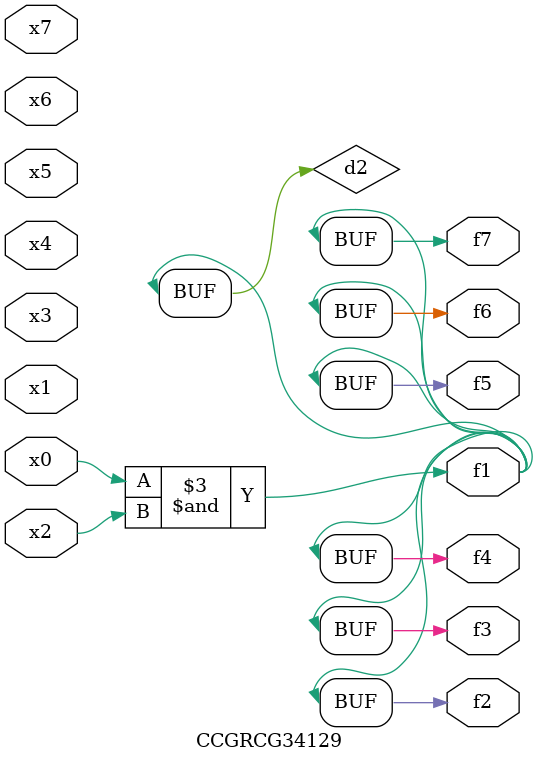
<source format=v>
module CCGRCG34129(
	input x0, x1, x2, x3, x4, x5, x6, x7,
	output f1, f2, f3, f4, f5, f6, f7
);

	wire d1, d2;

	nor (d1, x3, x6);
	and (d2, x0, x2);
	assign f1 = d2;
	assign f2 = d2;
	assign f3 = d2;
	assign f4 = d2;
	assign f5 = d2;
	assign f6 = d2;
	assign f7 = d2;
endmodule

</source>
